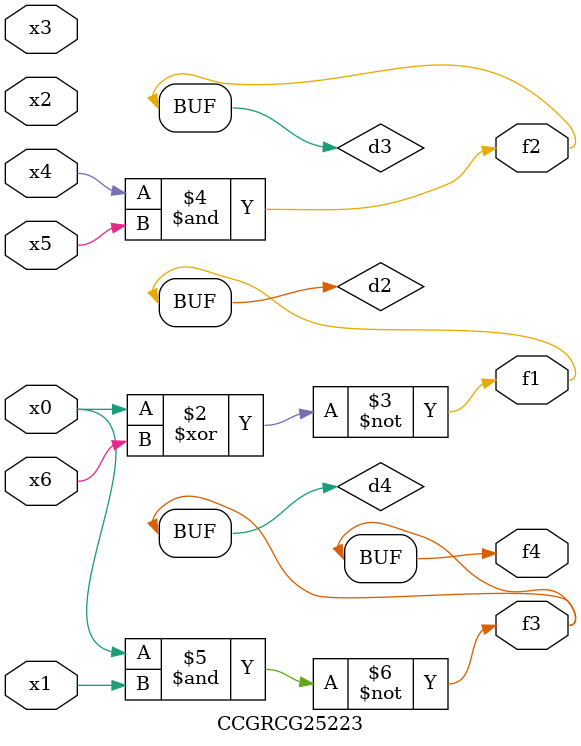
<source format=v>
module CCGRCG25223(
	input x0, x1, x2, x3, x4, x5, x6,
	output f1, f2, f3, f4
);

	wire d1, d2, d3, d4;

	nor (d1, x0);
	xnor (d2, x0, x6);
	and (d3, x4, x5);
	nand (d4, x0, x1);
	assign f1 = d2;
	assign f2 = d3;
	assign f3 = d4;
	assign f4 = d4;
endmodule

</source>
